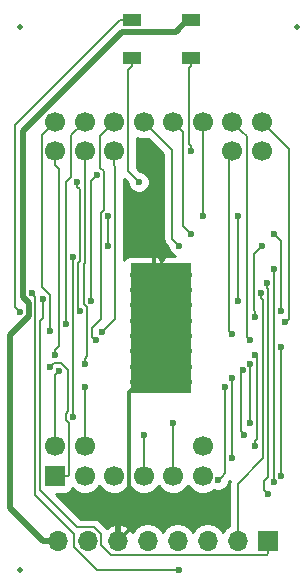
<source format=gtl>
G04 #@! TF.FileFunction,Copper,L1,Top,Signal*
%FSLAX46Y46*%
G04 Gerber Fmt 4.6, Leading zero omitted, Abs format (unit mm)*
G04 Created by KiCad (PCBNEW 4.0.6) date Wednesday, September 13, 2017 'PMt' 03:29:23 PM*
%MOMM*%
%LPD*%
G01*
G04 APERTURE LIST*
%ADD10C,0.100000*%
%ADD11R,1.700000X1.700000*%
%ADD12C,1.700000*%
%ADD13R,1.600000X1.000000*%
%ADD14O,1.700000X1.700000*%
%ADD15C,0.497840*%
%ADD16R,5.200000X11.000000*%
%ADD17C,1.330000*%
%ADD18C,0.600000*%
%ADD19C,0.500000*%
%ADD20C,0.350000*%
%ADD21C,0.200000*%
%ADD22C,0.254000*%
G04 APERTURE END LIST*
D10*
D11*
X181000000Y-116000000D03*
D12*
X183500000Y-116000000D03*
X186000000Y-116000000D03*
X188500000Y-116000000D03*
X191000000Y-116000000D03*
X193500000Y-116000000D03*
X181000000Y-113500000D03*
X183500000Y-113500000D03*
X193500000Y-113500000D03*
X181000000Y-88500000D03*
X183500000Y-88500000D03*
X186000000Y-88500000D03*
X196000000Y-88500000D03*
X198500000Y-88500000D03*
X181000000Y-86000000D03*
X183500000Y-86000000D03*
X186000000Y-86000000D03*
X188500000Y-86000000D03*
X191000000Y-86000000D03*
X193500000Y-86000000D03*
X196000000Y-86000000D03*
X198500000Y-86000000D03*
D13*
X192500000Y-80600000D03*
X192500000Y-77400000D03*
X187500000Y-80600000D03*
X187500000Y-77400000D03*
D11*
X199000000Y-121500000D03*
D14*
X196460000Y-121500000D03*
X193920000Y-121500000D03*
X191380000Y-121500000D03*
X188840000Y-121500000D03*
X186300000Y-121500000D03*
X183760000Y-121500000D03*
X181220000Y-121500000D03*
D15*
X178000000Y-78000000D03*
X201500000Y-78000000D03*
X178000000Y-124000000D03*
D16*
X190000000Y-103500000D03*
D17*
X191950000Y-98950000D03*
X191950000Y-100250000D03*
X191950000Y-101550000D03*
X191950000Y-102850000D03*
X191950000Y-104150000D03*
X191950000Y-105450000D03*
X191950000Y-106750000D03*
X191950000Y-108050000D03*
X190650000Y-98950000D03*
X190650000Y-100250000D03*
X190650000Y-101550000D03*
X190650000Y-102850000D03*
X190650000Y-104150000D03*
X190650000Y-105450000D03*
X190650000Y-106750000D03*
X190650000Y-108050000D03*
X189350000Y-98950000D03*
X189350000Y-100250000D03*
X189350000Y-101550000D03*
X189350000Y-102850000D03*
X189350000Y-104150000D03*
X189350000Y-105450000D03*
X189350000Y-106750000D03*
X189350000Y-108050000D03*
X188050000Y-98950000D03*
X188050000Y-100250000D03*
X188050000Y-101550000D03*
X188050000Y-102850000D03*
X188050000Y-104150000D03*
X188050000Y-105450000D03*
X188050000Y-106750000D03*
X188050000Y-108050000D03*
D18*
X189000000Y-88500000D03*
X194000000Y-118500000D03*
X182500000Y-111000000D03*
X182500000Y-97500000D03*
X185500000Y-94000000D03*
X185500000Y-96500000D03*
X180600010Y-106738040D03*
X194804713Y-116346743D03*
X195399990Y-108500000D03*
X196000000Y-107675010D03*
X196000000Y-114500000D03*
X196899990Y-107065694D03*
X188500000Y-112500000D03*
X197000000Y-112500000D03*
X197499979Y-106500000D03*
X197499979Y-111500000D03*
X191000000Y-111500000D03*
X200148057Y-116030916D03*
X200100010Y-105117683D03*
X181300207Y-107124990D03*
X183500000Y-108500000D03*
X197899990Y-113500000D03*
X197899990Y-105746232D03*
X181000000Y-105725010D03*
X183500000Y-106500000D03*
X185000000Y-103775010D03*
X196000000Y-104000000D03*
X180600010Y-103738040D03*
X181899990Y-103125010D03*
X184434306Y-104524990D03*
X197899990Y-102500000D03*
X191500000Y-96500000D03*
X198500000Y-96500000D03*
X200100010Y-102000000D03*
X192500000Y-95500000D03*
X199500000Y-95500000D03*
X196500000Y-101175010D03*
X193500000Y-94000000D03*
X196500000Y-94000000D03*
X197500000Y-104500000D03*
X200500000Y-103000000D03*
X184005783Y-101169227D03*
X192500000Y-88500000D03*
X184500000Y-90500000D03*
X183100010Y-102000000D03*
X188079911Y-91100010D03*
X182869838Y-91068970D03*
X178021755Y-102120260D03*
X180000000Y-101000000D03*
X198399990Y-100500000D03*
X198899990Y-99657055D03*
X199000000Y-117500000D03*
X191500000Y-124000000D03*
X179000000Y-100500000D03*
X199500000Y-116500000D03*
X199500000Y-98500000D03*
D19*
X186675998Y-78400000D02*
X191200000Y-78400000D01*
X181220000Y-121500000D02*
X179945998Y-121500000D01*
X177199999Y-104052020D02*
X178771757Y-102480262D01*
X178771757Y-102480262D02*
X178771757Y-101381759D01*
X178249999Y-100860001D02*
X178249999Y-86825999D01*
X179945998Y-121500000D02*
X177199999Y-118754001D01*
X191200000Y-78400000D02*
X192200000Y-77400000D01*
X178771757Y-101381759D02*
X178249999Y-100860001D01*
X177199999Y-118754001D02*
X177199999Y-104052020D01*
X192200000Y-77400000D02*
X192500000Y-77400000D01*
X178249999Y-86825999D02*
X186675998Y-78400000D01*
D20*
X189350000Y-98950000D02*
X189350000Y-88850000D01*
X189350000Y-88850000D02*
X189000000Y-88500000D01*
X186300000Y-121500000D02*
X187225001Y-120574999D01*
X187225001Y-120574999D02*
X187225001Y-108874999D01*
X187225001Y-108874999D02*
X187385001Y-108714999D01*
X187385001Y-108714999D02*
X188050000Y-108050000D01*
D21*
X186300000Y-121500000D02*
X189300000Y-118500000D01*
X189300000Y-118500000D02*
X194000000Y-118500000D01*
X182500000Y-97500000D02*
X182500000Y-111000000D01*
X185500000Y-96500000D02*
X185500000Y-94000000D01*
X181899998Y-110711998D02*
X182099989Y-110512007D01*
X181000000Y-116000000D02*
X182050000Y-116000000D01*
X182150001Y-111538005D02*
X181899998Y-111288002D01*
X182150001Y-115899999D02*
X182150001Y-111538005D01*
X182050000Y-116000000D02*
X182150001Y-115899999D01*
X182099989Y-107036770D02*
X181501260Y-106438041D01*
X181899998Y-111288002D02*
X181899998Y-110711998D01*
X181501260Y-106438041D02*
X180900009Y-106438041D01*
X180900009Y-106438041D02*
X180600010Y-106738040D01*
X182099989Y-110512007D02*
X182099989Y-107036770D01*
X195399990Y-115751466D02*
X195104712Y-116046744D01*
X195399990Y-108500000D02*
X195399990Y-115751466D01*
X195104712Y-116046744D02*
X194804713Y-116346743D01*
X196000000Y-114500000D02*
X196000000Y-107675010D01*
X196700001Y-107265683D02*
X196899990Y-107065694D01*
X197000000Y-112500000D02*
X196700001Y-112200001D01*
X196700001Y-112200001D02*
X196700001Y-107265683D01*
X188500000Y-112500000D02*
X188500000Y-116000000D01*
X197500000Y-106924285D02*
X197500000Y-111075715D01*
X197499979Y-106924264D02*
X197500000Y-106924285D01*
X197500000Y-111075715D02*
X197499979Y-111075736D01*
X197499979Y-106500000D02*
X197499979Y-106924264D01*
X197499979Y-111075736D02*
X197499979Y-111500000D01*
X191000000Y-111500000D02*
X191000000Y-116000000D01*
X200100010Y-115982869D02*
X200148057Y-116030916D01*
X200100010Y-105117683D02*
X200100010Y-115982869D01*
X181000000Y-107425197D02*
X181000208Y-107424989D01*
X181000208Y-107424989D02*
X181300207Y-107124990D01*
X181000000Y-113500000D02*
X181000000Y-107425197D01*
X183500000Y-108500000D02*
X183500000Y-113500000D01*
X198099989Y-112875737D02*
X197899990Y-113075736D01*
X197899990Y-105746232D02*
X198099989Y-105946231D01*
X197899990Y-113075736D02*
X197899990Y-113500000D01*
X198099989Y-105946231D02*
X198099989Y-112875737D01*
X181299988Y-105000758D02*
X181000000Y-105300746D01*
X181000000Y-89702081D02*
X181299988Y-90002069D01*
X181000000Y-88500000D02*
X181000000Y-89702081D01*
X181299988Y-90002069D02*
X181299988Y-105000758D01*
X181000000Y-105300746D02*
X181000000Y-105725010D01*
X183500000Y-106075736D02*
X183700011Y-105875725D01*
X183700011Y-105875725D02*
X183700011Y-101711999D01*
X183500000Y-89702081D02*
X183500000Y-88500000D01*
X183399999Y-101411987D02*
X183399999Y-98053703D01*
X183399999Y-98053703D02*
X183500012Y-97953690D01*
X183500000Y-106500000D02*
X183500000Y-106075736D01*
X183500012Y-89702093D02*
X183500000Y-89702081D01*
X183700011Y-101711999D02*
X183399999Y-101411987D01*
X183500012Y-97953690D02*
X183500012Y-89702093D01*
X185299999Y-103475011D02*
X185000000Y-103775010D01*
X186100001Y-102675009D02*
X185299999Y-103475011D01*
X186000000Y-89702081D02*
X186100001Y-89802082D01*
X186000000Y-88500000D02*
X186000000Y-89702081D01*
X186100001Y-89802082D02*
X186100001Y-102675009D01*
X195700001Y-88799999D02*
X196000000Y-88500000D01*
X195700001Y-103700001D02*
X195700001Y-88799999D01*
X196000000Y-104000000D02*
X195700001Y-103700001D01*
X179849999Y-87150001D02*
X179849999Y-99961997D01*
X181000000Y-86000000D02*
X179849999Y-87150001D01*
X179849999Y-99961997D02*
X180600010Y-100712008D01*
X180600010Y-103313776D02*
X180600010Y-103738040D01*
X180600010Y-100712008D02*
X180600010Y-103313776D01*
X182349999Y-90700807D02*
X181899990Y-91150816D01*
X181899990Y-91150816D02*
X181899990Y-102700746D01*
X183500000Y-86000000D02*
X182349999Y-87150001D01*
X181899990Y-102700746D02*
X181899990Y-103125010D01*
X182349999Y-87150001D02*
X182349999Y-90700807D01*
X185100002Y-93511994D02*
X184899999Y-93711997D01*
X184899999Y-93711997D02*
X184899999Y-102711999D01*
X185100002Y-90211998D02*
X185100002Y-93511994D01*
X184134307Y-104224991D02*
X184434306Y-104524990D01*
X184788002Y-89899998D02*
X185100002Y-90211998D01*
X184788002Y-87211998D02*
X184788002Y-89899998D01*
X184134307Y-103477691D02*
X184134307Y-104224991D01*
X184899999Y-102711999D02*
X184134307Y-103477691D01*
X186000000Y-86000000D02*
X184788002Y-87211998D01*
X189349999Y-86849999D02*
X188500000Y-86000000D01*
X190899999Y-88399999D02*
X189349999Y-86849999D01*
X190899999Y-95899999D02*
X190899999Y-88399999D01*
X191500000Y-96500000D02*
X190899999Y-95899999D01*
X197899990Y-102075736D02*
X197899990Y-102500000D01*
X197799989Y-101975735D02*
X197899990Y-102075736D01*
X197799989Y-97200011D02*
X197799989Y-101975735D01*
X198500000Y-96500000D02*
X197799989Y-97200011D01*
X191849999Y-86849999D02*
X191000000Y-86000000D01*
X191849999Y-94849999D02*
X191849999Y-86849999D01*
X192500000Y-95500000D02*
X191849999Y-94849999D01*
X200100010Y-96100010D02*
X200100010Y-101575736D01*
X200100010Y-101575736D02*
X200100010Y-102000000D01*
X199500000Y-95500000D02*
X200100010Y-96100010D01*
X193500000Y-94000000D02*
X193500000Y-93575736D01*
X193500000Y-93575736D02*
X193500000Y-86000000D01*
X196500000Y-94000000D02*
X196500000Y-101175010D01*
X197500000Y-104500000D02*
X197200001Y-104200001D01*
X197200001Y-104200001D02*
X197200001Y-87200001D01*
X197200001Y-87200001D02*
X196849999Y-86849999D01*
X196849999Y-86849999D02*
X196000000Y-86000000D01*
X200500000Y-103000000D02*
X200799999Y-102700001D01*
X200799999Y-102700001D02*
X200799999Y-88299999D01*
X200799999Y-88299999D02*
X199349999Y-86849999D01*
X199349999Y-86849999D02*
X198500000Y-86000000D01*
X184500000Y-90500000D02*
X184005783Y-90994217D01*
X184005783Y-100744963D02*
X184005783Y-101169227D01*
X184005783Y-90994217D02*
X184005783Y-100744963D01*
X192500000Y-88500000D02*
X192500000Y-88075736D01*
X192500000Y-88075736D02*
X192349999Y-87925735D01*
X192349999Y-87925735D02*
X192349999Y-81450001D01*
X192349999Y-81450001D02*
X192500000Y-81300000D01*
X192500000Y-81300000D02*
X192500000Y-80600000D01*
X183100001Y-91723397D02*
X183100001Y-97788001D01*
X183100001Y-97788001D02*
X182900011Y-97987991D01*
X182869838Y-91068970D02*
X182869838Y-91493234D01*
X182900011Y-101800001D02*
X183100010Y-102000000D01*
X182869838Y-91493234D02*
X183100001Y-91723397D01*
X182900011Y-97987991D02*
X182900011Y-101800001D01*
X187500000Y-81300000D02*
X187200001Y-81599999D01*
X187779912Y-90800011D02*
X188079911Y-91100010D01*
X187200001Y-81599999D02*
X187200001Y-90220100D01*
X187200001Y-90220100D02*
X187779912Y-90800011D01*
X187500000Y-80600000D02*
X187500000Y-81300000D01*
X177721756Y-101820261D02*
X178021755Y-102120260D01*
X177573458Y-101671963D02*
X177721756Y-101820261D01*
X186500000Y-77400000D02*
X177573458Y-86326542D01*
X177573458Y-86326542D02*
X177573458Y-101671963D01*
X187500000Y-77400000D02*
X186500000Y-77400000D01*
X198899999Y-122650001D02*
X199000000Y-122550000D01*
X180000000Y-102595552D02*
X179700002Y-102895550D01*
X199000000Y-122550000D02*
X199000000Y-121500000D01*
X185747999Y-122650001D02*
X198899999Y-122650001D01*
X182849999Y-120349999D02*
X184312001Y-120349999D01*
X184910001Y-121812003D02*
X185747999Y-122650001D01*
X184312001Y-120349999D02*
X184910001Y-120947999D01*
X179700002Y-102895550D02*
X179700002Y-117200002D01*
X179700002Y-117200002D02*
X182849999Y-120349999D01*
X184910001Y-120947999D02*
X184910001Y-121812003D01*
X180000000Y-101000000D02*
X180000000Y-102595552D01*
X198599989Y-101124263D02*
X198399990Y-100924264D01*
X198599989Y-114512007D02*
X198599989Y-101124263D01*
X196460000Y-116651996D02*
X198599989Y-114512007D01*
X198399990Y-100924264D02*
X198399990Y-100500000D01*
X196460000Y-121500000D02*
X196460000Y-116651996D01*
X199000000Y-100181329D02*
X198899990Y-100081319D01*
X199000000Y-117500000D02*
X198700001Y-117200001D01*
X198700001Y-116411995D02*
X199000000Y-116111996D01*
X199000000Y-116111996D02*
X199000000Y-100181329D01*
X198899990Y-100081319D02*
X198899990Y-99657055D01*
X198700001Y-117200001D02*
X198700001Y-116411995D01*
X182609999Y-120947999D02*
X182609999Y-122052001D01*
X179299991Y-117637991D02*
X182609999Y-120947999D01*
X179299991Y-102729861D02*
X179299991Y-117637991D01*
X184557998Y-124000000D02*
X191075736Y-124000000D01*
X179321768Y-100821768D02*
X179321768Y-102708084D01*
X182609999Y-122052001D02*
X184557998Y-124000000D01*
X191075736Y-124000000D02*
X191500000Y-124000000D01*
X179321768Y-102708084D02*
X179299991Y-102729861D01*
X179000000Y-100500000D02*
X179321768Y-100821768D01*
X199500000Y-98500000D02*
X199500000Y-116500000D01*
D22*
G36*
X195725000Y-116651996D02*
X195725000Y-120210341D01*
X195409946Y-120420853D01*
X195190000Y-120750026D01*
X194970054Y-120420853D01*
X194488285Y-120098946D01*
X193920000Y-119985907D01*
X193351715Y-120098946D01*
X192869946Y-120420853D01*
X192650000Y-120750026D01*
X192430054Y-120420853D01*
X191948285Y-120098946D01*
X191380000Y-119985907D01*
X190811715Y-120098946D01*
X190329946Y-120420853D01*
X190110000Y-120750026D01*
X189890054Y-120420853D01*
X189408285Y-120098946D01*
X188840000Y-119985907D01*
X188271715Y-120098946D01*
X187789946Y-120420853D01*
X187562298Y-120761553D01*
X187495183Y-120618642D01*
X187066924Y-120228355D01*
X186656890Y-120058524D01*
X186427000Y-120179845D01*
X186427000Y-121373000D01*
X186447000Y-121373000D01*
X186447000Y-121627000D01*
X186427000Y-121627000D01*
X186427000Y-121647000D01*
X186173000Y-121647000D01*
X186173000Y-121627000D01*
X186153000Y-121627000D01*
X186153000Y-121373000D01*
X186173000Y-121373000D01*
X186173000Y-120179845D01*
X185943110Y-120058524D01*
X185533076Y-120228355D01*
X185374406Y-120372957D01*
X184831724Y-119830276D01*
X184593273Y-119670948D01*
X184312001Y-119614999D01*
X183154446Y-119614999D01*
X181036886Y-117497440D01*
X181850000Y-117497440D01*
X182085317Y-117453162D01*
X182301441Y-117314090D01*
X182446431Y-117101890D01*
X182455751Y-117055869D01*
X182657717Y-117258188D01*
X183203319Y-117484742D01*
X183794089Y-117485257D01*
X184340086Y-117259656D01*
X184750349Y-116850108D01*
X185157717Y-117258188D01*
X185703319Y-117484742D01*
X186294089Y-117485257D01*
X186840086Y-117259656D01*
X187250349Y-116850108D01*
X187657717Y-117258188D01*
X188203319Y-117484742D01*
X188794089Y-117485257D01*
X189340086Y-117259656D01*
X189750349Y-116850108D01*
X190157717Y-117258188D01*
X190703319Y-117484742D01*
X191294089Y-117485257D01*
X191840086Y-117259656D01*
X192250349Y-116850108D01*
X192657717Y-117258188D01*
X193203319Y-117484742D01*
X193794089Y-117485257D01*
X194340086Y-117259656D01*
X194406192Y-117193666D01*
X194617914Y-117281581D01*
X194989880Y-117281905D01*
X195333656Y-117139860D01*
X195596905Y-116877070D01*
X195739551Y-116533542D01*
X195739623Y-116451280D01*
X195771208Y-116419694D01*
X195725000Y-116651996D01*
X195725000Y-116651996D01*
G37*
X195725000Y-116651996D02*
X195725000Y-120210341D01*
X195409946Y-120420853D01*
X195190000Y-120750026D01*
X194970054Y-120420853D01*
X194488285Y-120098946D01*
X193920000Y-119985907D01*
X193351715Y-120098946D01*
X192869946Y-120420853D01*
X192650000Y-120750026D01*
X192430054Y-120420853D01*
X191948285Y-120098946D01*
X191380000Y-119985907D01*
X190811715Y-120098946D01*
X190329946Y-120420853D01*
X190110000Y-120750026D01*
X189890054Y-120420853D01*
X189408285Y-120098946D01*
X188840000Y-119985907D01*
X188271715Y-120098946D01*
X187789946Y-120420853D01*
X187562298Y-120761553D01*
X187495183Y-120618642D01*
X187066924Y-120228355D01*
X186656890Y-120058524D01*
X186427000Y-120179845D01*
X186427000Y-121373000D01*
X186447000Y-121373000D01*
X186447000Y-121627000D01*
X186427000Y-121627000D01*
X186427000Y-121647000D01*
X186173000Y-121647000D01*
X186173000Y-121627000D01*
X186153000Y-121627000D01*
X186153000Y-121373000D01*
X186173000Y-121373000D01*
X186173000Y-120179845D01*
X185943110Y-120058524D01*
X185533076Y-120228355D01*
X185374406Y-120372957D01*
X184831724Y-119830276D01*
X184593273Y-119670948D01*
X184312001Y-119614999D01*
X183154446Y-119614999D01*
X181036886Y-117497440D01*
X181850000Y-117497440D01*
X182085317Y-117453162D01*
X182301441Y-117314090D01*
X182446431Y-117101890D01*
X182455751Y-117055869D01*
X182657717Y-117258188D01*
X183203319Y-117484742D01*
X183794089Y-117485257D01*
X184340086Y-117259656D01*
X184750349Y-116850108D01*
X185157717Y-117258188D01*
X185703319Y-117484742D01*
X186294089Y-117485257D01*
X186840086Y-117259656D01*
X187250349Y-116850108D01*
X187657717Y-117258188D01*
X188203319Y-117484742D01*
X188794089Y-117485257D01*
X189340086Y-117259656D01*
X189750349Y-116850108D01*
X190157717Y-117258188D01*
X190703319Y-117484742D01*
X191294089Y-117485257D01*
X191840086Y-117259656D01*
X192250349Y-116850108D01*
X192657717Y-117258188D01*
X193203319Y-117484742D01*
X193794089Y-117485257D01*
X194340086Y-117259656D01*
X194406192Y-117193666D01*
X194617914Y-117281581D01*
X194989880Y-117281905D01*
X195333656Y-117139860D01*
X195596905Y-116877070D01*
X195739551Y-116533542D01*
X195739623Y-116451280D01*
X195771208Y-116419694D01*
X195725000Y-116651996D01*
G36*
X188203319Y-87484742D02*
X188794089Y-87485257D01*
X188901450Y-87440896D01*
X190164999Y-88704445D01*
X190164999Y-95899999D01*
X190204784Y-96100010D01*
X190220948Y-96181271D01*
X190380276Y-96419722D01*
X190564908Y-96604355D01*
X190564838Y-96685167D01*
X190706883Y-97028943D01*
X190969673Y-97292192D01*
X191145013Y-97365000D01*
X190285750Y-97365000D01*
X190127000Y-97523750D01*
X190127000Y-97745924D01*
X189998063Y-97799331D01*
X189873000Y-97755653D01*
X189873000Y-97523750D01*
X189714250Y-97365000D01*
X187273691Y-97365000D01*
X187040302Y-97461673D01*
X186861673Y-97640301D01*
X186835001Y-97704693D01*
X186835001Y-90894546D01*
X187144819Y-91204364D01*
X187144749Y-91285177D01*
X187286794Y-91628953D01*
X187549584Y-91892202D01*
X187893112Y-92034848D01*
X188265078Y-92035172D01*
X188608854Y-91893127D01*
X188872103Y-91630337D01*
X189014749Y-91286809D01*
X189015073Y-90914843D01*
X188873028Y-90571067D01*
X188610238Y-90307818D01*
X188266710Y-90165172D01*
X188184447Y-90165100D01*
X187935001Y-89915654D01*
X187935001Y-87373327D01*
X188203319Y-87484742D01*
X188203319Y-87484742D01*
G37*
X188203319Y-87484742D02*
X188794089Y-87485257D01*
X188901450Y-87440896D01*
X190164999Y-88704445D01*
X190164999Y-95899999D01*
X190204784Y-96100010D01*
X190220948Y-96181271D01*
X190380276Y-96419722D01*
X190564908Y-96604355D01*
X190564838Y-96685167D01*
X190706883Y-97028943D01*
X190969673Y-97292192D01*
X191145013Y-97365000D01*
X190285750Y-97365000D01*
X190127000Y-97523750D01*
X190127000Y-97745924D01*
X189998063Y-97799331D01*
X189873000Y-97755653D01*
X189873000Y-97523750D01*
X189714250Y-97365000D01*
X187273691Y-97365000D01*
X187040302Y-97461673D01*
X186861673Y-97640301D01*
X186835001Y-97704693D01*
X186835001Y-90894546D01*
X187144819Y-91204364D01*
X187144749Y-91285177D01*
X187286794Y-91628953D01*
X187549584Y-91892202D01*
X187893112Y-92034848D01*
X188265078Y-92035172D01*
X188608854Y-91893127D01*
X188872103Y-91630337D01*
X189014749Y-91286809D01*
X189015073Y-90914843D01*
X188873028Y-90571067D01*
X188610238Y-90307818D01*
X188266710Y-90165172D01*
X188184447Y-90165100D01*
X187935001Y-89915654D01*
X187935001Y-87373327D01*
X188203319Y-87484742D01*
M02*

</source>
